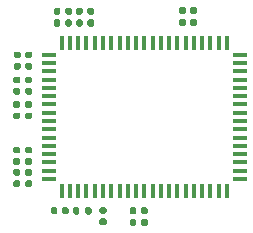
<source format=gbr>
G04 #@! TF.GenerationSoftware,KiCad,Pcbnew,8.0.4*
G04 #@! TF.CreationDate,2025-01-16T23:08:25-08:00*
G04 #@! TF.ProjectId,GMAX4002_MIPI_Breakout,474d4158-3430-4303-925f-4d4950495f42,rev?*
G04 #@! TF.SameCoordinates,Original*
G04 #@! TF.FileFunction,Paste,Bot*
G04 #@! TF.FilePolarity,Positive*
%FSLAX46Y46*%
G04 Gerber Fmt 4.6, Leading zero omitted, Abs format (unit mm)*
G04 Created by KiCad (PCBNEW 8.0.4) date 2025-01-16 23:08:25*
%MOMM*%
%LPD*%
G01*
G04 APERTURE LIST*
%ADD10R,0.400000X1.200000*%
%ADD11R,1.200000X0.400000*%
G04 APERTURE END LIST*
G04 #@! TO.C,C98*
G36*
G01*
X18820000Y-28280000D02*
X18820000Y-28620000D01*
G75*
G02*
X18680000Y-28760000I-140000J0D01*
G01*
X18400000Y-28760000D01*
G75*
G02*
X18260000Y-28620000I0J140000D01*
G01*
X18260000Y-28280000D01*
G75*
G02*
X18400000Y-28140000I140000J0D01*
G01*
X18680000Y-28140000D01*
G75*
G02*
X18820000Y-28280000I0J-140000D01*
G01*
G37*
G36*
G01*
X19780000Y-28280000D02*
X19780000Y-28620000D01*
G75*
G02*
X19640000Y-28760000I-140000J0D01*
G01*
X19360000Y-28760000D01*
G75*
G02*
X19220000Y-28620000I0J140000D01*
G01*
X19220000Y-28280000D01*
G75*
G02*
X19360000Y-28140000I140000J0D01*
G01*
X19640000Y-28140000D01*
G75*
G02*
X19780000Y-28280000I0J-140000D01*
G01*
G37*
G04 #@! TD*
G04 #@! TO.C,C97*
G36*
G01*
X18820000Y-27280000D02*
X18820000Y-27620000D01*
G75*
G02*
X18680000Y-27760000I-140000J0D01*
G01*
X18400000Y-27760000D01*
G75*
G02*
X18260000Y-27620000I0J140000D01*
G01*
X18260000Y-27280000D01*
G75*
G02*
X18400000Y-27140000I140000J0D01*
G01*
X18680000Y-27140000D01*
G75*
G02*
X18820000Y-27280000I0J-140000D01*
G01*
G37*
G36*
G01*
X19780000Y-27280000D02*
X19780000Y-27620000D01*
G75*
G02*
X19640000Y-27760000I-140000J0D01*
G01*
X19360000Y-27760000D01*
G75*
G02*
X19220000Y-27620000I0J140000D01*
G01*
X19220000Y-27280000D01*
G75*
G02*
X19360000Y-27140000I140000J0D01*
G01*
X19640000Y-27140000D01*
G75*
G02*
X19780000Y-27280000I0J-140000D01*
G01*
G37*
G04 #@! TD*
G04 #@! TO.C,C96*
G36*
G01*
X23000000Y-11330000D02*
X23000000Y-11670000D01*
G75*
G02*
X22860000Y-11810000I-140000J0D01*
G01*
X22580000Y-11810000D01*
G75*
G02*
X22440000Y-11670000I0J140000D01*
G01*
X22440000Y-11330000D01*
G75*
G02*
X22580000Y-11190000I140000J0D01*
G01*
X22860000Y-11190000D01*
G75*
G02*
X23000000Y-11330000I0J-140000D01*
G01*
G37*
G36*
G01*
X23960000Y-11330000D02*
X23960000Y-11670000D01*
G75*
G02*
X23820000Y-11810000I-140000J0D01*
G01*
X23540000Y-11810000D01*
G75*
G02*
X23400000Y-11670000I0J140000D01*
G01*
X23400000Y-11330000D01*
G75*
G02*
X23540000Y-11190000I140000J0D01*
G01*
X23820000Y-11190000D01*
G75*
G02*
X23960000Y-11330000I0J-140000D01*
G01*
G37*
G04 #@! TD*
G04 #@! TO.C,C95*
G36*
G01*
X23000000Y-10330000D02*
X23000000Y-10670000D01*
G75*
G02*
X22860000Y-10810000I-140000J0D01*
G01*
X22580000Y-10810000D01*
G75*
G02*
X22440000Y-10670000I0J140000D01*
G01*
X22440000Y-10330000D01*
G75*
G02*
X22580000Y-10190000I140000J0D01*
G01*
X22860000Y-10190000D01*
G75*
G02*
X23000000Y-10330000I0J-140000D01*
G01*
G37*
G36*
G01*
X23960000Y-10330000D02*
X23960000Y-10670000D01*
G75*
G02*
X23820000Y-10810000I-140000J0D01*
G01*
X23540000Y-10810000D01*
G75*
G02*
X23400000Y-10670000I0J140000D01*
G01*
X23400000Y-10330000D01*
G75*
G02*
X23540000Y-10190000I140000J0D01*
G01*
X23820000Y-10190000D01*
G75*
G02*
X23960000Y-10330000I0J-140000D01*
G01*
G37*
G04 #@! TD*
G04 #@! TO.C,C92*
G36*
G01*
X14680000Y-10720000D02*
X14680000Y-10380000D01*
G75*
G02*
X14820000Y-10240000I140000J0D01*
G01*
X15100000Y-10240000D01*
G75*
G02*
X15240000Y-10380000I0J-140000D01*
G01*
X15240000Y-10720000D01*
G75*
G02*
X15100000Y-10860000I-140000J0D01*
G01*
X14820000Y-10860000D01*
G75*
G02*
X14680000Y-10720000I0J140000D01*
G01*
G37*
G36*
G01*
X13720000Y-10720000D02*
X13720000Y-10380000D01*
G75*
G02*
X13860000Y-10240000I140000J0D01*
G01*
X14140000Y-10240000D01*
G75*
G02*
X14280000Y-10380000I0J-140000D01*
G01*
X14280000Y-10720000D01*
G75*
G02*
X14140000Y-10860000I-140000J0D01*
G01*
X13860000Y-10860000D01*
G75*
G02*
X13720000Y-10720000I0J140000D01*
G01*
G37*
G04 #@! TD*
G04 #@! TO.C,C91*
G36*
G01*
X14680000Y-11720000D02*
X14680000Y-11380000D01*
G75*
G02*
X14820000Y-11240000I140000J0D01*
G01*
X15100000Y-11240000D01*
G75*
G02*
X15240000Y-11380000I0J-140000D01*
G01*
X15240000Y-11720000D01*
G75*
G02*
X15100000Y-11860000I-140000J0D01*
G01*
X14820000Y-11860000D01*
G75*
G02*
X14680000Y-11720000I0J140000D01*
G01*
G37*
G36*
G01*
X13720000Y-11720000D02*
X13720000Y-11380000D01*
G75*
G02*
X13860000Y-11240000I140000J0D01*
G01*
X14140000Y-11240000D01*
G75*
G02*
X14280000Y-11380000I0J-140000D01*
G01*
X14280000Y-11720000D01*
G75*
G02*
X14140000Y-11860000I-140000J0D01*
G01*
X13860000Y-11860000D01*
G75*
G02*
X13720000Y-11720000I0J140000D01*
G01*
G37*
G04 #@! TD*
G04 #@! TO.C,C90*
G36*
G01*
X9530000Y-17050000D02*
X9870000Y-17050000D01*
G75*
G02*
X10010000Y-17190000I0J-140000D01*
G01*
X10010000Y-17470000D01*
G75*
G02*
X9870000Y-17610000I-140000J0D01*
G01*
X9530000Y-17610000D01*
G75*
G02*
X9390000Y-17470000I0J140000D01*
G01*
X9390000Y-17190000D01*
G75*
G02*
X9530000Y-17050000I140000J0D01*
G01*
G37*
G36*
G01*
X9530000Y-16090000D02*
X9870000Y-16090000D01*
G75*
G02*
X10010000Y-16230000I0J-140000D01*
G01*
X10010000Y-16510000D01*
G75*
G02*
X9870000Y-16650000I-140000J0D01*
G01*
X9530000Y-16650000D01*
G75*
G02*
X9390000Y-16510000I0J140000D01*
G01*
X9390000Y-16230000D01*
G75*
G02*
X9530000Y-16090000I140000J0D01*
G01*
G37*
G04 #@! TD*
G04 #@! TO.C,C89*
G36*
G01*
X8530000Y-17050000D02*
X8870000Y-17050000D01*
G75*
G02*
X9010000Y-17190000I0J-140000D01*
G01*
X9010000Y-17470000D01*
G75*
G02*
X8870000Y-17610000I-140000J0D01*
G01*
X8530000Y-17610000D01*
G75*
G02*
X8390000Y-17470000I0J140000D01*
G01*
X8390000Y-17190000D01*
G75*
G02*
X8530000Y-17050000I140000J0D01*
G01*
G37*
G36*
G01*
X8530000Y-16090000D02*
X8870000Y-16090000D01*
G75*
G02*
X9010000Y-16230000I0J-140000D01*
G01*
X9010000Y-16510000D01*
G75*
G02*
X8870000Y-16650000I-140000J0D01*
G01*
X8530000Y-16650000D01*
G75*
G02*
X8390000Y-16510000I0J140000D01*
G01*
X8390000Y-16230000D01*
G75*
G02*
X8530000Y-16090000I140000J0D01*
G01*
G37*
G04 #@! TD*
G04 #@! TO.C,C88*
G36*
G01*
X9530000Y-14930000D02*
X9870000Y-14930000D01*
G75*
G02*
X10010000Y-15070000I0J-140000D01*
G01*
X10010000Y-15350000D01*
G75*
G02*
X9870000Y-15490000I-140000J0D01*
G01*
X9530000Y-15490000D01*
G75*
G02*
X9390000Y-15350000I0J140000D01*
G01*
X9390000Y-15070000D01*
G75*
G02*
X9530000Y-14930000I140000J0D01*
G01*
G37*
G36*
G01*
X9530000Y-13970000D02*
X9870000Y-13970000D01*
G75*
G02*
X10010000Y-14110000I0J-140000D01*
G01*
X10010000Y-14390000D01*
G75*
G02*
X9870000Y-14530000I-140000J0D01*
G01*
X9530000Y-14530000D01*
G75*
G02*
X9390000Y-14390000I0J140000D01*
G01*
X9390000Y-14110000D01*
G75*
G02*
X9530000Y-13970000I140000J0D01*
G01*
G37*
G04 #@! TD*
G04 #@! TO.C,C87*
G36*
G01*
X8570000Y-14930000D02*
X8910000Y-14930000D01*
G75*
G02*
X9050000Y-15070000I0J-140000D01*
G01*
X9050000Y-15350000D01*
G75*
G02*
X8910000Y-15490000I-140000J0D01*
G01*
X8570000Y-15490000D01*
G75*
G02*
X8430000Y-15350000I0J140000D01*
G01*
X8430000Y-15070000D01*
G75*
G02*
X8570000Y-14930000I140000J0D01*
G01*
G37*
G36*
G01*
X8570000Y-13970000D02*
X8910000Y-13970000D01*
G75*
G02*
X9050000Y-14110000I0J-140000D01*
G01*
X9050000Y-14390000D01*
G75*
G02*
X8910000Y-14530000I-140000J0D01*
G01*
X8570000Y-14530000D01*
G75*
G02*
X8430000Y-14390000I0J140000D01*
G01*
X8430000Y-14110000D01*
G75*
G02*
X8570000Y-13970000I140000J0D01*
G01*
G37*
G04 #@! TD*
G04 #@! TO.C,C66*
G36*
G01*
X9530000Y-24880000D02*
X9870000Y-24880000D01*
G75*
G02*
X10010000Y-25020000I0J-140000D01*
G01*
X10010000Y-25300000D01*
G75*
G02*
X9870000Y-25440000I-140000J0D01*
G01*
X9530000Y-25440000D01*
G75*
G02*
X9390000Y-25300000I0J140000D01*
G01*
X9390000Y-25020000D01*
G75*
G02*
X9530000Y-24880000I140000J0D01*
G01*
G37*
G36*
G01*
X9530000Y-23920000D02*
X9870000Y-23920000D01*
G75*
G02*
X10010000Y-24060000I0J-140000D01*
G01*
X10010000Y-24340000D01*
G75*
G02*
X9870000Y-24480000I-140000J0D01*
G01*
X9530000Y-24480000D01*
G75*
G02*
X9390000Y-24340000I0J140000D01*
G01*
X9390000Y-24060000D01*
G75*
G02*
X9530000Y-23920000I140000J0D01*
G01*
G37*
G04 #@! TD*
G04 #@! TO.C,C58*
G36*
G01*
X9870000Y-22600000D02*
X9530000Y-22600000D01*
G75*
G02*
X9390000Y-22460000I0J140000D01*
G01*
X9390000Y-22180000D01*
G75*
G02*
X9530000Y-22040000I140000J0D01*
G01*
X9870000Y-22040000D01*
G75*
G02*
X10010000Y-22180000I0J-140000D01*
G01*
X10010000Y-22460000D01*
G75*
G02*
X9870000Y-22600000I-140000J0D01*
G01*
G37*
G36*
G01*
X9870000Y-23560000D02*
X9530000Y-23560000D01*
G75*
G02*
X9390000Y-23420000I0J140000D01*
G01*
X9390000Y-23140000D01*
G75*
G02*
X9530000Y-23000000I140000J0D01*
G01*
X9870000Y-23000000D01*
G75*
G02*
X10010000Y-23140000I0J-140000D01*
G01*
X10010000Y-23420000D01*
G75*
G02*
X9870000Y-23560000I-140000J0D01*
G01*
G37*
G04 #@! TD*
G04 #@! TO.C,C34*
G36*
G01*
X9530000Y-18170000D02*
X9870000Y-18170000D01*
G75*
G02*
X10010000Y-18310000I0J-140000D01*
G01*
X10010000Y-18590000D01*
G75*
G02*
X9870000Y-18730000I-140000J0D01*
G01*
X9530000Y-18730000D01*
G75*
G02*
X9390000Y-18590000I0J140000D01*
G01*
X9390000Y-18310000D01*
G75*
G02*
X9530000Y-18170000I140000J0D01*
G01*
G37*
G36*
G01*
X9530000Y-19130000D02*
X9870000Y-19130000D01*
G75*
G02*
X10010000Y-19270000I0J-140000D01*
G01*
X10010000Y-19550000D01*
G75*
G02*
X9870000Y-19690000I-140000J0D01*
G01*
X9530000Y-19690000D01*
G75*
G02*
X9390000Y-19550000I0J140000D01*
G01*
X9390000Y-19270000D01*
G75*
G02*
X9530000Y-19130000I140000J0D01*
G01*
G37*
G04 #@! TD*
D10*
G04 #@! TO.C,U1*
X12500000Y-25750000D03*
X13200000Y-25750000D03*
X13900000Y-25750000D03*
X14600000Y-25750000D03*
X15300000Y-25750000D03*
X16000000Y-25750000D03*
X16700000Y-25750000D03*
X17400000Y-25750000D03*
X18100000Y-25750000D03*
X18800000Y-25750000D03*
X19500000Y-25750000D03*
X20200000Y-25750000D03*
X20900000Y-25750000D03*
X21600000Y-25750000D03*
X22300000Y-25750000D03*
X23000000Y-25750000D03*
X23700000Y-25750000D03*
X24400000Y-25750000D03*
X25100000Y-25750000D03*
X25800000Y-25750000D03*
X26500000Y-25750000D03*
D11*
X27600000Y-24750000D03*
X27600000Y-24050000D03*
X27600000Y-23350000D03*
X27600000Y-22650000D03*
X27600000Y-21950000D03*
X27600000Y-21250000D03*
X27600000Y-20550000D03*
X27600000Y-19850000D03*
X27600000Y-19150000D03*
X27600000Y-18450000D03*
X27600000Y-17750000D03*
X27600000Y-17050000D03*
X27600000Y-16350000D03*
X27600000Y-15650000D03*
X27600000Y-14950000D03*
X27600000Y-14250000D03*
D10*
X26500000Y-13250000D03*
X25800000Y-13250000D03*
X25100000Y-13250000D03*
X24400000Y-13250000D03*
X23700000Y-13250000D03*
X23000000Y-13250000D03*
X22300000Y-13250000D03*
X21600000Y-13250000D03*
X20900000Y-13250000D03*
X20200000Y-13250000D03*
X19500000Y-13250000D03*
X18800000Y-13250000D03*
X18100000Y-13250000D03*
X17400000Y-13250000D03*
X16700000Y-13250000D03*
X16000000Y-13250000D03*
X15300000Y-13250000D03*
X14600000Y-13250000D03*
X13900000Y-13250000D03*
X13200000Y-13250000D03*
X12500000Y-13250000D03*
D11*
X11400000Y-14250000D03*
X11400000Y-14950000D03*
X11400000Y-15650000D03*
X11400000Y-16350000D03*
X11400000Y-17050000D03*
X11400000Y-17750000D03*
X11400000Y-18450000D03*
X11400000Y-19150000D03*
X11400000Y-19850000D03*
X11400000Y-20550000D03*
X11400000Y-21250000D03*
X11400000Y-21950000D03*
X11400000Y-22650000D03*
X11400000Y-23350000D03*
X11400000Y-24050000D03*
X11400000Y-24750000D03*
G04 #@! TD*
G04 #@! TO.C,R1*
G36*
G01*
X14010000Y-27265000D02*
X14010000Y-27635000D01*
G75*
G02*
X13875000Y-27770000I-135000J0D01*
G01*
X13605000Y-27770000D01*
G75*
G02*
X13470000Y-27635000I0J135000D01*
G01*
X13470000Y-27265000D01*
G75*
G02*
X13605000Y-27130000I135000J0D01*
G01*
X13875000Y-27130000D01*
G75*
G02*
X14010000Y-27265000I0J-135000D01*
G01*
G37*
G36*
G01*
X15030000Y-27265000D02*
X15030000Y-27635000D01*
G75*
G02*
X14895000Y-27770000I-135000J0D01*
G01*
X14625000Y-27770000D01*
G75*
G02*
X14490000Y-27635000I0J135000D01*
G01*
X14490000Y-27265000D01*
G75*
G02*
X14625000Y-27130000I135000J0D01*
G01*
X14895000Y-27130000D01*
G75*
G02*
X15030000Y-27265000I0J-135000D01*
G01*
G37*
G04 #@! TD*
G04 #@! TO.C,C68*
G36*
G01*
X12540000Y-27620000D02*
X12540000Y-27280000D01*
G75*
G02*
X12680000Y-27140000I140000J0D01*
G01*
X12960000Y-27140000D01*
G75*
G02*
X13100000Y-27280000I0J-140000D01*
G01*
X13100000Y-27620000D01*
G75*
G02*
X12960000Y-27760000I-140000J0D01*
G01*
X12680000Y-27760000D01*
G75*
G02*
X12540000Y-27620000I0J140000D01*
G01*
G37*
G36*
G01*
X11580000Y-27620000D02*
X11580000Y-27280000D01*
G75*
G02*
X11720000Y-27140000I140000J0D01*
G01*
X12000000Y-27140000D01*
G75*
G02*
X12140000Y-27280000I0J-140000D01*
G01*
X12140000Y-27620000D01*
G75*
G02*
X12000000Y-27760000I-140000J0D01*
G01*
X11720000Y-27760000D01*
G75*
G02*
X11580000Y-27620000I0J140000D01*
G01*
G37*
G04 #@! TD*
G04 #@! TO.C,C67*
G36*
G01*
X15830000Y-28100000D02*
X16170000Y-28100000D01*
G75*
G02*
X16310000Y-28240000I0J-140000D01*
G01*
X16310000Y-28520000D01*
G75*
G02*
X16170000Y-28660000I-140000J0D01*
G01*
X15830000Y-28660000D01*
G75*
G02*
X15690000Y-28520000I0J140000D01*
G01*
X15690000Y-28240000D01*
G75*
G02*
X15830000Y-28100000I140000J0D01*
G01*
G37*
G36*
G01*
X15830000Y-27140000D02*
X16170000Y-27140000D01*
G75*
G02*
X16310000Y-27280000I0J-140000D01*
G01*
X16310000Y-27560000D01*
G75*
G02*
X16170000Y-27700000I-140000J0D01*
G01*
X15830000Y-27700000D01*
G75*
G02*
X15690000Y-27560000I0J140000D01*
G01*
X15690000Y-27280000D01*
G75*
G02*
X15830000Y-27140000I140000J0D01*
G01*
G37*
G04 #@! TD*
G04 #@! TO.C,C62*
G36*
G01*
X8530000Y-24880000D02*
X8870000Y-24880000D01*
G75*
G02*
X9010000Y-25020000I0J-140000D01*
G01*
X9010000Y-25300000D01*
G75*
G02*
X8870000Y-25440000I-140000J0D01*
G01*
X8530000Y-25440000D01*
G75*
G02*
X8390000Y-25300000I0J140000D01*
G01*
X8390000Y-25020000D01*
G75*
G02*
X8530000Y-24880000I140000J0D01*
G01*
G37*
G36*
G01*
X8530000Y-23920000D02*
X8870000Y-23920000D01*
G75*
G02*
X9010000Y-24060000I0J-140000D01*
G01*
X9010000Y-24340000D01*
G75*
G02*
X8870000Y-24480000I-140000J0D01*
G01*
X8530000Y-24480000D01*
G75*
G02*
X8390000Y-24340000I0J140000D01*
G01*
X8390000Y-24060000D01*
G75*
G02*
X8530000Y-23920000I140000J0D01*
G01*
G37*
G04 #@! TD*
G04 #@! TO.C,C54*
G36*
G01*
X8870000Y-22600000D02*
X8530000Y-22600000D01*
G75*
G02*
X8390000Y-22460000I0J140000D01*
G01*
X8390000Y-22180000D01*
G75*
G02*
X8530000Y-22040000I140000J0D01*
G01*
X8870000Y-22040000D01*
G75*
G02*
X9010000Y-22180000I0J-140000D01*
G01*
X9010000Y-22460000D01*
G75*
G02*
X8870000Y-22600000I-140000J0D01*
G01*
G37*
G36*
G01*
X8870000Y-23560000D02*
X8530000Y-23560000D01*
G75*
G02*
X8390000Y-23420000I0J140000D01*
G01*
X8390000Y-23140000D01*
G75*
G02*
X8530000Y-23000000I140000J0D01*
G01*
X8870000Y-23000000D01*
G75*
G02*
X9010000Y-23140000I0J-140000D01*
G01*
X9010000Y-23420000D01*
G75*
G02*
X8870000Y-23560000I-140000J0D01*
G01*
G37*
G04 #@! TD*
G04 #@! TO.C,C33*
G36*
G01*
X8530000Y-18170000D02*
X8870000Y-18170000D01*
G75*
G02*
X9010000Y-18310000I0J-140000D01*
G01*
X9010000Y-18590000D01*
G75*
G02*
X8870000Y-18730000I-140000J0D01*
G01*
X8530000Y-18730000D01*
G75*
G02*
X8390000Y-18590000I0J140000D01*
G01*
X8390000Y-18310000D01*
G75*
G02*
X8530000Y-18170000I140000J0D01*
G01*
G37*
G36*
G01*
X8530000Y-19130000D02*
X8870000Y-19130000D01*
G75*
G02*
X9010000Y-19270000I0J-140000D01*
G01*
X9010000Y-19550000D01*
G75*
G02*
X8870000Y-19690000I-140000J0D01*
G01*
X8530000Y-19690000D01*
G75*
G02*
X8390000Y-19550000I0J140000D01*
G01*
X8390000Y-19270000D01*
G75*
G02*
X8530000Y-19130000I140000J0D01*
G01*
G37*
G04 #@! TD*
G04 #@! TO.C,C4*
G36*
G01*
X12400000Y-10380000D02*
X12400000Y-10720000D01*
G75*
G02*
X12260000Y-10860000I-140000J0D01*
G01*
X11980000Y-10860000D01*
G75*
G02*
X11840000Y-10720000I0J140000D01*
G01*
X11840000Y-10380000D01*
G75*
G02*
X11980000Y-10240000I140000J0D01*
G01*
X12260000Y-10240000D01*
G75*
G02*
X12400000Y-10380000I0J-140000D01*
G01*
G37*
G36*
G01*
X13360000Y-10380000D02*
X13360000Y-10720000D01*
G75*
G02*
X13220000Y-10860000I-140000J0D01*
G01*
X12940000Y-10860000D01*
G75*
G02*
X12800000Y-10720000I0J140000D01*
G01*
X12800000Y-10380000D01*
G75*
G02*
X12940000Y-10240000I140000J0D01*
G01*
X13220000Y-10240000D01*
G75*
G02*
X13360000Y-10380000I0J-140000D01*
G01*
G37*
G04 #@! TD*
G04 #@! TO.C,C3*
G36*
G01*
X12400000Y-11380000D02*
X12400000Y-11720000D01*
G75*
G02*
X12260000Y-11860000I-140000J0D01*
G01*
X11980000Y-11860000D01*
G75*
G02*
X11840000Y-11720000I0J140000D01*
G01*
X11840000Y-11380000D01*
G75*
G02*
X11980000Y-11240000I140000J0D01*
G01*
X12260000Y-11240000D01*
G75*
G02*
X12400000Y-11380000I0J-140000D01*
G01*
G37*
G36*
G01*
X13360000Y-11380000D02*
X13360000Y-11720000D01*
G75*
G02*
X13220000Y-11860000I-140000J0D01*
G01*
X12940000Y-11860000D01*
G75*
G02*
X12800000Y-11720000I0J140000D01*
G01*
X12800000Y-11380000D01*
G75*
G02*
X12940000Y-11240000I140000J0D01*
G01*
X13220000Y-11240000D01*
G75*
G02*
X13360000Y-11380000I0J-140000D01*
G01*
G37*
G04 #@! TD*
M02*

</source>
